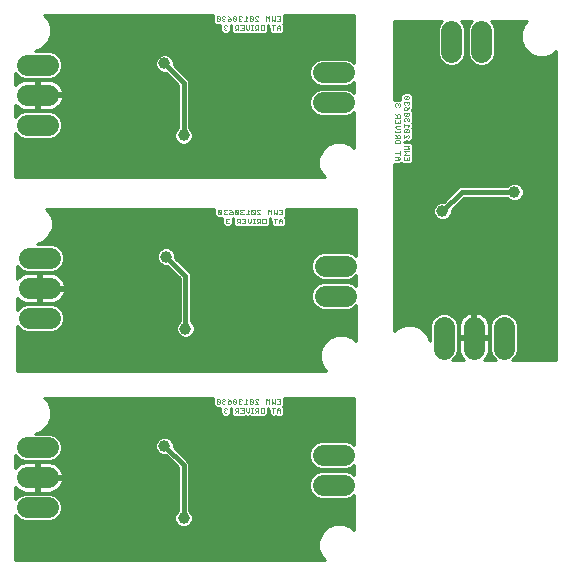
<source format=gbl>
G75*
G70*
%OFA0B0*%
%FSLAX24Y24*%
%IPPOS*%
%LPD*%
%AMOC8*
5,1,8,0,0,1.08239X$1,22.5*
%
%ADD10C,0.0040*%
%ADD11C,0.0709*%
%ADD12C,0.0100*%
%ADD13C,0.0396*%
%ADD14C,0.0160*%
D10*
X008390Y014458D02*
X008443Y014458D01*
X008470Y014485D01*
X008416Y014538D02*
X008390Y014538D01*
X008363Y014512D01*
X008363Y014485D01*
X008390Y014458D01*
X008390Y014538D02*
X008363Y014565D01*
X008363Y014592D01*
X008390Y014618D01*
X008443Y014618D01*
X008470Y014592D01*
X008513Y014758D02*
X008486Y014785D01*
X008486Y014812D01*
X008513Y014838D01*
X008593Y014838D01*
X008593Y014785D01*
X008566Y014758D01*
X008513Y014758D01*
X008408Y014785D02*
X008382Y014758D01*
X008328Y014758D01*
X008302Y014785D01*
X008302Y014812D01*
X008328Y014838D01*
X008355Y014838D01*
X008328Y014838D02*
X008302Y014865D01*
X008302Y014892D01*
X008328Y014918D01*
X008382Y014918D01*
X008408Y014892D01*
X008486Y014918D02*
X008539Y014892D01*
X008593Y014838D01*
X008670Y014785D02*
X008697Y014758D01*
X008750Y014758D01*
X008777Y014785D01*
X008670Y014892D01*
X008670Y014785D01*
X008670Y014892D02*
X008697Y014918D01*
X008750Y014918D01*
X008777Y014892D01*
X008777Y014785D01*
X008854Y014785D02*
X008881Y014758D01*
X008934Y014758D01*
X008961Y014785D01*
X008908Y014838D02*
X008881Y014838D01*
X008854Y014812D01*
X008854Y014785D01*
X008881Y014838D02*
X008854Y014865D01*
X008854Y014892D01*
X008881Y014918D01*
X008934Y014918D01*
X008961Y014892D01*
X009092Y014918D02*
X009092Y014758D01*
X009145Y014758D02*
X009038Y014758D01*
X009022Y014618D02*
X009022Y014458D01*
X008916Y014458D01*
X008838Y014458D02*
X008838Y014618D01*
X008758Y014618D01*
X008731Y014592D01*
X008731Y014538D01*
X008758Y014512D01*
X008838Y014512D01*
X008785Y014512D02*
X008731Y014458D01*
X008916Y014618D02*
X009022Y014618D01*
X009100Y014618D02*
X009100Y014512D01*
X009153Y014458D01*
X009206Y014512D01*
X009206Y014618D01*
X009276Y014618D02*
X009329Y014618D01*
X009303Y014618D02*
X009303Y014458D01*
X009329Y014458D02*
X009276Y014458D01*
X009407Y014458D02*
X009460Y014512D01*
X009433Y014512D02*
X009513Y014512D01*
X009513Y014458D02*
X009513Y014618D01*
X009433Y014618D01*
X009407Y014592D01*
X009407Y014538D01*
X009433Y014512D01*
X009591Y014485D02*
X009591Y014592D01*
X009617Y014618D01*
X009698Y014618D01*
X009698Y014458D01*
X009617Y014458D01*
X009591Y014485D01*
X009513Y014758D02*
X009407Y014865D01*
X009407Y014892D01*
X009433Y014918D01*
X009487Y014918D01*
X009513Y014892D01*
X009513Y014758D02*
X009407Y014758D01*
X009329Y014785D02*
X009222Y014892D01*
X009222Y014785D01*
X009249Y014758D01*
X009303Y014758D01*
X009329Y014785D01*
X009329Y014892D01*
X009303Y014918D01*
X009249Y014918D01*
X009222Y014892D01*
X009145Y014865D02*
X009092Y014918D01*
X009022Y014538D02*
X008969Y014538D01*
X008224Y014785D02*
X008198Y014758D01*
X008144Y014758D01*
X008118Y014785D01*
X008118Y014892D01*
X008224Y014785D01*
X008224Y014892D01*
X008198Y014918D01*
X008144Y014918D01*
X008118Y014892D01*
X009775Y014918D02*
X009775Y014758D01*
X009882Y014758D02*
X009882Y014918D01*
X009828Y014865D01*
X009775Y014918D01*
X009959Y014918D02*
X009959Y014758D01*
X010012Y014812D01*
X010066Y014758D01*
X010066Y014918D01*
X010143Y014918D02*
X010250Y014918D01*
X010250Y014758D01*
X010143Y014758D01*
X010197Y014838D02*
X010250Y014838D01*
X010197Y014618D02*
X010143Y014565D01*
X010143Y014458D01*
X010143Y014538D02*
X010250Y014538D01*
X010250Y014565D02*
X010197Y014618D01*
X010250Y014565D02*
X010250Y014458D01*
X010012Y014458D02*
X010012Y014618D01*
X009959Y014618D02*
X010066Y014618D01*
X010072Y020768D02*
X010072Y020928D01*
X010019Y020928D02*
X010126Y020928D01*
X010203Y020875D02*
X010203Y020768D01*
X010203Y020848D02*
X010310Y020848D01*
X010310Y020875D02*
X010257Y020928D01*
X010203Y020875D01*
X010310Y020875D02*
X010310Y020768D01*
X010310Y021068D02*
X010203Y021068D01*
X010126Y021068D02*
X010072Y021122D01*
X010019Y021068D01*
X010019Y021228D01*
X009942Y021228D02*
X009888Y021175D01*
X009835Y021228D01*
X009835Y021068D01*
X009942Y021068D02*
X009942Y021228D01*
X010126Y021228D02*
X010126Y021068D01*
X010257Y021148D02*
X010310Y021148D01*
X010310Y021228D02*
X010310Y021068D01*
X010310Y021228D02*
X010203Y021228D01*
X009758Y020928D02*
X009758Y020768D01*
X009677Y020768D01*
X009651Y020795D01*
X009651Y020902D01*
X009677Y020928D01*
X009758Y020928D01*
X009573Y020928D02*
X009573Y020768D01*
X009573Y020822D02*
X009493Y020822D01*
X009467Y020848D01*
X009467Y020902D01*
X009493Y020928D01*
X009573Y020928D01*
X009520Y020822D02*
X009467Y020768D01*
X009389Y020768D02*
X009336Y020768D01*
X009363Y020768D02*
X009363Y020928D01*
X009389Y020928D02*
X009336Y020928D01*
X009266Y020928D02*
X009266Y020822D01*
X009213Y020768D01*
X009160Y020822D01*
X009160Y020928D01*
X009082Y020928D02*
X009082Y020768D01*
X008976Y020768D01*
X008898Y020768D02*
X008898Y020928D01*
X008818Y020928D01*
X008791Y020902D01*
X008791Y020848D01*
X008818Y020822D01*
X008898Y020822D01*
X008845Y020822D02*
X008791Y020768D01*
X008976Y020928D02*
X009082Y020928D01*
X009082Y020848D02*
X009029Y020848D01*
X008994Y021068D02*
X009021Y021095D01*
X008994Y021068D02*
X008941Y021068D01*
X008914Y021095D01*
X008914Y021122D01*
X008941Y021148D01*
X008968Y021148D01*
X008941Y021148D02*
X008914Y021175D01*
X008914Y021202D01*
X008941Y021228D01*
X008994Y021228D01*
X009021Y021202D01*
X009152Y021228D02*
X009152Y021068D01*
X009205Y021068D02*
X009098Y021068D01*
X009205Y021175D02*
X009152Y021228D01*
X009282Y021202D02*
X009389Y021095D01*
X009363Y021068D01*
X009309Y021068D01*
X009282Y021095D01*
X009282Y021202D01*
X009309Y021228D01*
X009363Y021228D01*
X009389Y021202D01*
X009389Y021095D01*
X009467Y021068D02*
X009573Y021068D01*
X009467Y021175D01*
X009467Y021202D01*
X009493Y021228D01*
X009547Y021228D01*
X009573Y021202D01*
X008837Y021202D02*
X008837Y021095D01*
X008730Y021202D01*
X008730Y021095D01*
X008757Y021068D01*
X008810Y021068D01*
X008837Y021095D01*
X008837Y021202D02*
X008810Y021228D01*
X008757Y021228D01*
X008730Y021202D01*
X008653Y021148D02*
X008573Y021148D01*
X008546Y021122D01*
X008546Y021095D01*
X008573Y021068D01*
X008626Y021068D01*
X008653Y021095D01*
X008653Y021148D01*
X008599Y021202D01*
X008546Y021228D01*
X008468Y021202D02*
X008442Y021228D01*
X008388Y021228D01*
X008362Y021202D01*
X008362Y021175D01*
X008388Y021148D01*
X008362Y021122D01*
X008362Y021095D01*
X008388Y021068D01*
X008442Y021068D01*
X008468Y021095D01*
X008415Y021148D02*
X008388Y021148D01*
X008284Y021095D02*
X008178Y021202D01*
X008178Y021095D01*
X008204Y021068D01*
X008258Y021068D01*
X008284Y021095D01*
X008284Y021202D01*
X008258Y021228D01*
X008204Y021228D01*
X008178Y021202D01*
X008450Y020928D02*
X008423Y020902D01*
X008423Y020875D01*
X008450Y020848D01*
X008423Y020822D01*
X008423Y020795D01*
X008450Y020768D01*
X008503Y020768D01*
X008530Y020795D01*
X008476Y020848D02*
X008450Y020848D01*
X008450Y020928D02*
X008503Y020928D01*
X008530Y020902D01*
X008443Y027208D02*
X008390Y027208D01*
X008363Y027235D01*
X008363Y027262D01*
X008390Y027288D01*
X008416Y027288D01*
X008390Y027288D02*
X008363Y027315D01*
X008363Y027342D01*
X008390Y027368D01*
X008443Y027368D01*
X008470Y027342D01*
X008470Y027235D02*
X008443Y027208D01*
X008731Y027208D02*
X008785Y027262D01*
X008758Y027262D02*
X008838Y027262D01*
X008838Y027208D02*
X008838Y027368D01*
X008758Y027368D01*
X008731Y027342D01*
X008731Y027288D01*
X008758Y027262D01*
X008916Y027208D02*
X009022Y027208D01*
X009022Y027368D01*
X008916Y027368D01*
X008969Y027288D02*
X009022Y027288D01*
X009100Y027262D02*
X009100Y027368D01*
X009100Y027262D02*
X009153Y027208D01*
X009206Y027262D01*
X009206Y027368D01*
X009276Y027368D02*
X009329Y027368D01*
X009303Y027368D02*
X009303Y027208D01*
X009329Y027208D02*
X009276Y027208D01*
X009407Y027208D02*
X009460Y027262D01*
X009433Y027262D02*
X009513Y027262D01*
X009513Y027208D02*
X009513Y027368D01*
X009433Y027368D01*
X009407Y027342D01*
X009407Y027288D01*
X009433Y027262D01*
X009591Y027235D02*
X009591Y027342D01*
X009617Y027368D01*
X009698Y027368D01*
X009698Y027208D01*
X009617Y027208D01*
X009591Y027235D01*
X009513Y027508D02*
X009407Y027615D01*
X009407Y027642D01*
X009433Y027668D01*
X009487Y027668D01*
X009513Y027642D01*
X009513Y027508D02*
X009407Y027508D01*
X009329Y027535D02*
X009222Y027642D01*
X009222Y027535D01*
X009249Y027508D01*
X009303Y027508D01*
X009329Y027535D01*
X009329Y027642D01*
X009303Y027668D01*
X009249Y027668D01*
X009222Y027642D01*
X009145Y027615D02*
X009092Y027668D01*
X009092Y027508D01*
X009145Y027508D02*
X009038Y027508D01*
X008961Y027535D02*
X008934Y027508D01*
X008881Y027508D01*
X008854Y027535D01*
X008854Y027562D01*
X008881Y027588D01*
X008908Y027588D01*
X008881Y027588D02*
X008854Y027615D01*
X008854Y027642D01*
X008881Y027668D01*
X008934Y027668D01*
X008961Y027642D01*
X008777Y027642D02*
X008750Y027668D01*
X008697Y027668D01*
X008670Y027642D01*
X008777Y027535D01*
X008750Y027508D01*
X008697Y027508D01*
X008670Y027535D01*
X008670Y027642D01*
X008593Y027588D02*
X008513Y027588D01*
X008486Y027562D01*
X008486Y027535D01*
X008513Y027508D01*
X008566Y027508D01*
X008593Y027535D01*
X008593Y027588D01*
X008539Y027642D01*
X008486Y027668D01*
X008408Y027642D02*
X008382Y027668D01*
X008328Y027668D01*
X008302Y027642D01*
X008302Y027615D01*
X008328Y027588D01*
X008302Y027562D01*
X008302Y027535D01*
X008328Y027508D01*
X008382Y027508D01*
X008408Y027535D01*
X008355Y027588D02*
X008328Y027588D01*
X008224Y027535D02*
X008118Y027642D01*
X008118Y027535D01*
X008144Y027508D01*
X008198Y027508D01*
X008224Y027535D01*
X008224Y027642D01*
X008198Y027668D01*
X008144Y027668D01*
X008118Y027642D01*
X008777Y027642D02*
X008777Y027535D01*
X009775Y027508D02*
X009775Y027668D01*
X009828Y027615D01*
X009882Y027668D01*
X009882Y027508D01*
X009959Y027508D02*
X009959Y027668D01*
X010066Y027668D02*
X010066Y027508D01*
X010012Y027562D01*
X009959Y027508D01*
X009959Y027368D02*
X010066Y027368D01*
X010012Y027368D02*
X010012Y027208D01*
X010143Y027208D02*
X010143Y027315D01*
X010197Y027368D01*
X010250Y027315D01*
X010250Y027208D01*
X010250Y027288D02*
X010143Y027288D01*
X010143Y027508D02*
X010250Y027508D01*
X010250Y027668D01*
X010143Y027668D01*
X010197Y027588D02*
X010250Y027588D01*
X014080Y024739D02*
X014080Y024685D01*
X014107Y024659D01*
X014160Y024712D02*
X014160Y024739D01*
X014133Y024765D01*
X014107Y024765D01*
X014080Y024739D01*
X014160Y024739D02*
X014187Y024765D01*
X014213Y024765D01*
X014240Y024739D01*
X014240Y024685D01*
X014213Y024659D01*
X014380Y024616D02*
X014407Y024643D01*
X014433Y024643D01*
X014460Y024616D01*
X014460Y024536D01*
X014407Y024536D01*
X014380Y024563D01*
X014380Y024616D01*
X014407Y024720D02*
X014380Y024747D01*
X014380Y024800D01*
X014407Y024827D01*
X014433Y024827D01*
X014460Y024800D01*
X014460Y024773D01*
X014460Y024800D02*
X014487Y024827D01*
X014513Y024827D01*
X014540Y024800D01*
X014540Y024747D01*
X014513Y024720D01*
X014540Y024643D02*
X014513Y024589D01*
X014460Y024536D01*
X014407Y024458D02*
X014380Y024432D01*
X014380Y024378D01*
X014407Y024352D01*
X014513Y024458D01*
X014407Y024458D01*
X014407Y024352D02*
X014513Y024352D01*
X014540Y024378D01*
X014540Y024432D01*
X014513Y024458D01*
X014513Y024274D02*
X014487Y024274D01*
X014460Y024248D01*
X014433Y024274D01*
X014407Y024274D01*
X014380Y024248D01*
X014380Y024194D01*
X014407Y024168D01*
X014460Y024221D02*
X014460Y024248D01*
X014513Y024274D02*
X014540Y024248D01*
X014540Y024194D01*
X014513Y024168D01*
X014540Y024037D02*
X014380Y024037D01*
X014380Y024090D02*
X014380Y023983D01*
X014407Y023906D02*
X014380Y023879D01*
X014380Y023826D01*
X014407Y023799D01*
X014513Y023906D01*
X014407Y023906D01*
X014513Y023906D02*
X014540Y023879D01*
X014540Y023826D01*
X014513Y023799D01*
X014407Y023799D01*
X014380Y023722D02*
X014380Y023615D01*
X014487Y023722D01*
X014513Y023722D01*
X014540Y023695D01*
X014540Y023642D01*
X014513Y023615D01*
X014540Y023353D02*
X014380Y023353D01*
X014380Y023247D02*
X014540Y023247D01*
X014487Y023300D01*
X014540Y023353D01*
X014540Y023169D02*
X014380Y023169D01*
X014433Y023116D01*
X014380Y023063D01*
X014540Y023063D01*
X014540Y022985D02*
X014540Y022878D01*
X014380Y022878D01*
X014380Y022985D01*
X014460Y022932D02*
X014460Y022878D01*
X014240Y022932D02*
X014187Y022985D01*
X014080Y022985D01*
X014160Y022985D02*
X014160Y022878D01*
X014187Y022878D02*
X014080Y022878D01*
X014187Y022878D02*
X014240Y022932D01*
X014240Y023063D02*
X014240Y023169D01*
X014240Y023116D02*
X014080Y023116D01*
X014080Y023431D02*
X014080Y023511D01*
X014107Y023538D01*
X014213Y023538D01*
X014240Y023511D01*
X014240Y023431D01*
X014080Y023431D01*
X014080Y023615D02*
X014240Y023615D01*
X014240Y023695D01*
X014213Y023722D01*
X014160Y023722D01*
X014133Y023695D01*
X014133Y023615D01*
X014133Y023668D02*
X014080Y023722D01*
X014080Y023799D02*
X014080Y023853D01*
X014080Y023826D02*
X014240Y023826D01*
X014240Y023799D02*
X014240Y023853D01*
X014240Y023922D02*
X014133Y023922D01*
X014080Y023975D01*
X014133Y024029D01*
X014240Y024029D01*
X014240Y024106D02*
X014080Y024106D01*
X014080Y024213D01*
X014080Y024290D02*
X014240Y024290D01*
X014240Y024370D01*
X014213Y024397D01*
X014160Y024397D01*
X014133Y024370D01*
X014133Y024290D01*
X014133Y024344D02*
X014080Y024397D01*
X014240Y024213D02*
X014240Y024106D01*
X014160Y024106D02*
X014160Y024159D01*
X014487Y023983D02*
X014540Y024037D01*
X014513Y024904D02*
X014540Y024931D01*
X014540Y024984D01*
X014513Y025011D01*
X014407Y024904D01*
X014380Y024931D01*
X014380Y024984D01*
X014407Y025011D01*
X014513Y025011D01*
X014513Y024904D02*
X014407Y024904D01*
D11*
X015950Y026464D02*
X015950Y027173D01*
X016950Y027173D02*
X016950Y026464D01*
X012374Y025798D02*
X011666Y025798D01*
X011666Y024798D02*
X012374Y024798D01*
X012434Y019358D02*
X011726Y019358D01*
X011726Y018358D02*
X012434Y018358D01*
X015700Y017303D02*
X015700Y016594D01*
X016700Y016594D02*
X016700Y017303D01*
X017700Y017303D02*
X017700Y016594D01*
X012374Y013048D02*
X011666Y013048D01*
X011666Y012048D02*
X012374Y012048D01*
X002504Y012298D02*
X001796Y012298D01*
X001796Y011298D02*
X002504Y011298D01*
X002504Y013298D02*
X001796Y013298D01*
X001856Y017608D02*
X002564Y017608D01*
X002564Y018608D02*
X001856Y018608D01*
X001856Y019608D02*
X002564Y019608D01*
X002504Y024048D02*
X001796Y024048D01*
X001796Y025048D02*
X002504Y025048D01*
X002504Y026048D02*
X001796Y026048D01*
D12*
X001405Y011032D02*
X001405Y009553D01*
X011722Y009553D01*
X011621Y009655D01*
X011515Y009910D01*
X011515Y010187D01*
X011621Y010442D01*
X011816Y010637D01*
X012072Y010743D01*
X012348Y010743D01*
X012604Y010637D01*
X012706Y010535D01*
X012706Y011723D01*
X012637Y011655D01*
X012467Y011584D01*
X011573Y011584D01*
X011403Y011655D01*
X011272Y011785D01*
X011201Y011956D01*
X011201Y012141D01*
X011272Y012311D01*
X011403Y012442D01*
X011573Y012513D01*
X012467Y012513D01*
X012637Y012442D01*
X012706Y012373D01*
X012706Y012723D01*
X012637Y012655D01*
X012467Y012584D01*
X011573Y012584D01*
X011403Y012655D01*
X011272Y012785D01*
X011201Y012956D01*
X011201Y013141D01*
X011272Y013311D01*
X011403Y013442D01*
X011573Y013513D01*
X012467Y013513D01*
X012637Y013442D01*
X012706Y013373D01*
X012706Y014949D01*
X010380Y014949D01*
X010380Y014704D01*
X010337Y014662D01*
X010380Y014619D01*
X010380Y014567D01*
X010380Y014404D01*
X010304Y014328D01*
X010089Y014328D01*
X010078Y014340D01*
X010066Y014328D01*
X009959Y014328D01*
X009882Y014404D01*
X009882Y014511D01*
X009829Y014565D01*
X009829Y014628D01*
X009828Y014628D01*
X009828Y014404D01*
X009751Y014328D01*
X009222Y014328D01*
X009214Y014336D01*
X009207Y014328D01*
X009099Y014328D01*
X009088Y014340D01*
X009076Y014328D01*
X008678Y014328D01*
X008601Y014404D01*
X008601Y014628D01*
X008600Y014628D01*
X008600Y014431D01*
X008497Y014328D01*
X008336Y014328D01*
X008260Y014404D01*
X008233Y014431D01*
X008233Y014628D01*
X008090Y014628D01*
X008014Y014704D01*
X007988Y014731D01*
X007988Y014946D01*
X007991Y014949D01*
X002382Y014949D01*
X002489Y014842D01*
X002595Y014587D01*
X002595Y014310D01*
X002489Y014055D01*
X002294Y013859D01*
X002061Y013763D01*
X002597Y013763D01*
X002767Y013692D01*
X002898Y013561D01*
X002969Y013391D01*
X002969Y013206D01*
X002898Y013035D01*
X002767Y012905D01*
X002597Y012834D01*
X001703Y012834D01*
X001533Y012905D01*
X001405Y013032D01*
X001405Y012619D01*
X001411Y012627D01*
X001467Y012683D01*
X001531Y012730D01*
X001602Y012766D01*
X001678Y012790D01*
X001756Y012803D01*
X002100Y012803D01*
X002100Y012348D01*
X002200Y012348D01*
X003007Y012348D01*
X002996Y012416D01*
X002972Y012492D01*
X002936Y012563D01*
X002889Y012627D01*
X002833Y012683D01*
X002769Y012730D01*
X002698Y012766D01*
X002622Y012790D01*
X002544Y012803D01*
X002200Y012803D01*
X002200Y012348D01*
X002200Y012248D01*
X002200Y011794D01*
X002544Y011794D01*
X002622Y011806D01*
X002698Y011831D01*
X002769Y011867D01*
X002833Y011914D01*
X002889Y011970D01*
X002936Y012034D01*
X002972Y012105D01*
X002996Y012180D01*
X003007Y012248D01*
X002200Y012248D01*
X002100Y012248D01*
X002100Y011794D01*
X001756Y011794D01*
X001678Y011806D01*
X001602Y011831D01*
X001531Y011867D01*
X001467Y011914D01*
X001411Y011970D01*
X001405Y011978D01*
X001405Y011564D01*
X001533Y011692D01*
X001703Y011763D01*
X002597Y011763D01*
X002767Y011692D01*
X002898Y011561D01*
X002969Y011391D01*
X002969Y011206D01*
X002898Y011035D01*
X002767Y010905D01*
X002597Y010834D01*
X001703Y010834D01*
X001533Y010905D01*
X001405Y011032D01*
X001405Y010973D02*
X001465Y010973D01*
X001405Y010874D02*
X001606Y010874D01*
X001405Y010776D02*
X006758Y010776D01*
X006759Y010774D02*
X006845Y010687D01*
X006959Y010640D01*
X007081Y010640D01*
X007195Y010687D01*
X007281Y010774D01*
X007328Y010887D01*
X007328Y011010D01*
X007281Y011123D01*
X007210Y011194D01*
X007210Y012787D01*
X006688Y013309D01*
X006688Y013410D01*
X006641Y013523D01*
X006555Y013609D01*
X006441Y013656D01*
X006319Y013656D01*
X006205Y013609D01*
X006119Y013523D01*
X006072Y013410D01*
X006072Y013287D01*
X006119Y013174D01*
X006205Y013087D01*
X006319Y013040D01*
X006419Y013040D01*
X006830Y012630D01*
X006830Y011194D01*
X006759Y011123D01*
X006712Y011010D01*
X006712Y010887D01*
X006759Y010774D01*
X006717Y010874D02*
X002694Y010874D01*
X002835Y010973D02*
X006712Y010973D01*
X006737Y011071D02*
X002913Y011071D01*
X002954Y011170D02*
X006806Y011170D01*
X006830Y011268D02*
X002969Y011268D01*
X002969Y011367D02*
X006830Y011367D01*
X006830Y011465D02*
X002938Y011465D01*
X002895Y011564D02*
X006830Y011564D01*
X006830Y011662D02*
X002797Y011662D01*
X002754Y011859D02*
X006830Y011859D01*
X006830Y011761D02*
X002601Y011761D01*
X002877Y011958D02*
X006830Y011958D01*
X006830Y012056D02*
X002947Y012056D01*
X002988Y012155D02*
X006830Y012155D01*
X006830Y012253D02*
X002200Y012253D01*
X002200Y012155D02*
X002100Y012155D01*
X002100Y012056D02*
X002200Y012056D01*
X002200Y011958D02*
X002100Y011958D01*
X002100Y011859D02*
X002200Y011859D01*
X002200Y012352D02*
X002100Y012352D01*
X002100Y012450D02*
X002200Y012450D01*
X002200Y012549D02*
X002100Y012549D01*
X002100Y012647D02*
X002200Y012647D01*
X002200Y012746D02*
X002100Y012746D01*
X001678Y012844D02*
X001405Y012844D01*
X001405Y012746D02*
X001563Y012746D01*
X001431Y012647D02*
X001405Y012647D01*
X001405Y012943D02*
X001494Y012943D01*
X001423Y011958D02*
X001405Y011958D01*
X001405Y011859D02*
X001546Y011859D01*
X001405Y011761D02*
X001699Y011761D01*
X001503Y011662D02*
X001405Y011662D01*
X001405Y010677D02*
X006869Y010677D01*
X007171Y010677D02*
X011912Y010677D01*
X011758Y010579D02*
X001405Y010579D01*
X001405Y010480D02*
X011659Y010480D01*
X011596Y010382D02*
X001405Y010382D01*
X001405Y010283D02*
X011555Y010283D01*
X011515Y010185D02*
X001405Y010185D01*
X001405Y010086D02*
X011515Y010086D01*
X011515Y009988D02*
X001405Y009988D01*
X001405Y009889D02*
X011524Y009889D01*
X011564Y009791D02*
X001405Y009791D01*
X001405Y009692D02*
X011605Y009692D01*
X011682Y009594D02*
X001405Y009594D01*
X003006Y012352D02*
X006830Y012352D01*
X006830Y012450D02*
X002985Y012450D01*
X002943Y012549D02*
X006830Y012549D01*
X006812Y012647D02*
X002869Y012647D01*
X002737Y012746D02*
X006714Y012746D01*
X006615Y012844D02*
X002622Y012844D01*
X002806Y012943D02*
X006517Y012943D01*
X006316Y013041D02*
X002900Y013041D01*
X002941Y013140D02*
X006153Y013140D01*
X006092Y013238D02*
X002969Y013238D01*
X002969Y013337D02*
X006072Y013337D01*
X006083Y013435D02*
X002950Y013435D01*
X002909Y013534D02*
X006130Y013534D01*
X006261Y013632D02*
X002827Y013632D01*
X002674Y013731D02*
X012706Y013731D01*
X012706Y013829D02*
X002222Y013829D01*
X002362Y013928D02*
X012706Y013928D01*
X012706Y014026D02*
X002461Y014026D01*
X002518Y014125D02*
X012706Y014125D01*
X012706Y014223D02*
X002559Y014223D01*
X002595Y014322D02*
X012706Y014322D01*
X012706Y014420D02*
X010380Y014420D01*
X010380Y014519D02*
X012706Y014519D01*
X012706Y014617D02*
X010380Y014617D01*
X010380Y014716D02*
X012706Y014716D01*
X012706Y014814D02*
X010380Y014814D01*
X010380Y014913D02*
X012706Y014913D01*
X011782Y015863D02*
X001465Y015863D01*
X001465Y017342D01*
X001593Y017215D01*
X001763Y017144D01*
X002657Y017144D01*
X002827Y017215D01*
X002958Y017345D01*
X003029Y017516D01*
X003029Y017701D01*
X002958Y017871D01*
X002827Y018002D01*
X002657Y018073D01*
X001763Y018073D01*
X001593Y018002D01*
X001465Y017874D01*
X001465Y018288D01*
X001471Y018280D01*
X001527Y018224D01*
X001591Y018177D01*
X001662Y018141D01*
X001738Y018116D01*
X001816Y018104D01*
X002160Y018104D01*
X002160Y018558D01*
X002260Y018558D01*
X002260Y018104D01*
X002604Y018104D01*
X002682Y018116D01*
X002758Y018141D01*
X002829Y018177D01*
X002893Y018224D01*
X002949Y018280D01*
X002996Y018344D01*
X003032Y018415D01*
X003056Y018490D01*
X003067Y018558D01*
X002260Y018558D01*
X002260Y018658D01*
X003067Y018658D01*
X003056Y018726D01*
X003032Y018802D01*
X002996Y018873D01*
X002949Y018937D01*
X002893Y018993D01*
X002829Y019040D01*
X002758Y019076D01*
X002682Y019100D01*
X002604Y019113D01*
X002260Y019113D01*
X002260Y018658D01*
X002160Y018658D01*
X002160Y019113D01*
X001816Y019113D01*
X001738Y019100D01*
X001662Y019076D01*
X001591Y019040D01*
X001527Y018993D01*
X001471Y018937D01*
X001465Y018929D01*
X001465Y019342D01*
X001593Y019215D01*
X001763Y019144D01*
X002657Y019144D01*
X002827Y019215D01*
X002958Y019345D01*
X003029Y019516D01*
X003029Y019701D01*
X002958Y019871D01*
X002827Y020002D01*
X002657Y020073D01*
X002121Y020073D01*
X002354Y020169D01*
X002549Y020365D01*
X002655Y020620D01*
X002655Y020897D01*
X002549Y021152D01*
X002442Y021259D01*
X008051Y021259D01*
X008048Y021256D01*
X008048Y021041D01*
X008074Y021014D01*
X008150Y020938D01*
X008293Y020938D01*
X008293Y020741D01*
X008320Y020714D01*
X008396Y020638D01*
X008557Y020638D01*
X008660Y020741D01*
X008660Y020938D01*
X008661Y020938D01*
X008661Y020714D01*
X008738Y020638D01*
X009136Y020638D01*
X009148Y020650D01*
X009159Y020638D01*
X009267Y020638D01*
X009274Y020646D01*
X009282Y020638D01*
X009811Y020638D01*
X009888Y020714D01*
X009888Y020938D01*
X009889Y020938D01*
X009889Y020875D01*
X009942Y020821D01*
X009942Y020714D01*
X010019Y020638D01*
X010126Y020638D01*
X010138Y020650D01*
X010149Y020638D01*
X010364Y020638D01*
X010440Y020714D01*
X010440Y020877D01*
X010440Y020929D01*
X010397Y020972D01*
X010440Y021014D01*
X010440Y021259D01*
X012766Y021259D01*
X012766Y019683D01*
X012697Y019752D01*
X012527Y019823D01*
X011633Y019823D01*
X011463Y019752D01*
X011332Y019621D01*
X011261Y019451D01*
X011261Y019266D01*
X011332Y019095D01*
X011463Y018965D01*
X011633Y018894D01*
X012527Y018894D01*
X012697Y018965D01*
X012766Y019033D01*
X012766Y018683D01*
X012697Y018752D01*
X012527Y018823D01*
X011633Y018823D01*
X011463Y018752D01*
X011332Y018621D01*
X011261Y018451D01*
X011261Y018266D01*
X011332Y018095D01*
X011463Y017965D01*
X011633Y017894D01*
X012527Y017894D01*
X012697Y017965D01*
X012766Y018033D01*
X012766Y016845D01*
X012664Y016947D01*
X012408Y017053D01*
X012132Y017053D01*
X011876Y016947D01*
X011681Y016752D01*
X011575Y016497D01*
X011575Y016220D01*
X011681Y015965D01*
X011782Y015863D01*
X011748Y015898D02*
X001465Y015898D01*
X001465Y015996D02*
X011668Y015996D01*
X011627Y016095D02*
X001465Y016095D01*
X001465Y016193D02*
X011586Y016193D01*
X011575Y016292D02*
X001465Y016292D01*
X001465Y016390D02*
X011575Y016390D01*
X011575Y016489D02*
X001465Y016489D01*
X001465Y016587D02*
X011613Y016587D01*
X011653Y016686D02*
X001465Y016686D01*
X001465Y016784D02*
X011713Y016784D01*
X011812Y016883D02*
X001465Y016883D01*
X001465Y016981D02*
X006944Y016981D01*
X006905Y016997D02*
X007019Y016950D01*
X007141Y016950D01*
X007255Y016997D01*
X007341Y017084D01*
X007388Y017197D01*
X007388Y017320D01*
X007341Y017433D01*
X007270Y017504D01*
X007270Y019097D01*
X006748Y019619D01*
X006748Y019720D01*
X006701Y019833D01*
X006615Y019919D01*
X006501Y019966D01*
X006379Y019966D01*
X006265Y019919D01*
X006179Y019833D01*
X006132Y019720D01*
X006132Y019597D01*
X006179Y019484D01*
X006265Y019397D01*
X006379Y019350D01*
X006479Y019350D01*
X006890Y018940D01*
X006890Y017504D01*
X006819Y017433D01*
X006772Y017320D01*
X006772Y017197D01*
X006819Y017084D01*
X006905Y016997D01*
X006823Y017080D02*
X001465Y017080D01*
X001465Y017178D02*
X001680Y017178D01*
X001530Y017277D02*
X001465Y017277D01*
X001465Y017966D02*
X001557Y017966D01*
X001465Y018065D02*
X001744Y018065D01*
X001618Y018163D02*
X001465Y018163D01*
X001465Y018262D02*
X001489Y018262D01*
X002160Y018262D02*
X002260Y018262D01*
X002260Y018360D02*
X002160Y018360D01*
X002160Y018459D02*
X002260Y018459D01*
X002260Y018557D02*
X002160Y018557D01*
X002260Y018656D02*
X006890Y018656D01*
X006890Y018754D02*
X003047Y018754D01*
X003006Y018853D02*
X006890Y018853D01*
X006878Y018951D02*
X002935Y018951D01*
X002809Y019050D02*
X006780Y019050D01*
X006681Y019148D02*
X002667Y019148D01*
X002860Y019247D02*
X006583Y019247D01*
X006484Y019345D02*
X002958Y019345D01*
X002999Y019444D02*
X006219Y019444D01*
X006155Y019542D02*
X003029Y019542D01*
X003029Y019641D02*
X006132Y019641D01*
X006140Y019739D02*
X003013Y019739D01*
X002972Y019838D02*
X006184Y019838D01*
X006306Y019936D02*
X002893Y019936D01*
X002748Y020035D02*
X012766Y020035D01*
X012766Y020133D02*
X002267Y020133D01*
X002416Y020232D02*
X012766Y020232D01*
X012766Y020330D02*
X002515Y020330D01*
X002576Y020429D02*
X012766Y020429D01*
X012766Y020527D02*
X002617Y020527D01*
X002655Y020626D02*
X012766Y020626D01*
X012766Y020724D02*
X010440Y020724D01*
X010440Y020823D02*
X012766Y020823D01*
X012766Y020921D02*
X010440Y020921D01*
X010440Y021020D02*
X012766Y021020D01*
X012766Y021118D02*
X010440Y021118D01*
X010440Y021217D02*
X012766Y021217D01*
X012766Y019936D02*
X006574Y019936D01*
X006696Y019838D02*
X012766Y019838D01*
X012766Y019739D02*
X012710Y019739D01*
X012665Y018951D02*
X012766Y018951D01*
X012766Y018853D02*
X007270Y018853D01*
X007270Y018951D02*
X011495Y018951D01*
X011377Y019050D02*
X007270Y019050D01*
X007219Y019148D02*
X011310Y019148D01*
X011269Y019247D02*
X007120Y019247D01*
X007022Y019345D02*
X011261Y019345D01*
X011261Y019444D02*
X006923Y019444D01*
X006825Y019542D02*
X011299Y019542D01*
X011352Y019641D02*
X006748Y019641D01*
X006740Y019739D02*
X011450Y019739D01*
X011468Y018754D02*
X007270Y018754D01*
X007270Y018656D02*
X011367Y018656D01*
X011306Y018557D02*
X007270Y018557D01*
X007270Y018459D02*
X011265Y018459D01*
X011261Y018360D02*
X007270Y018360D01*
X007270Y018262D02*
X011263Y018262D01*
X011304Y018163D02*
X007270Y018163D01*
X007270Y018065D02*
X011362Y018065D01*
X011461Y017966D02*
X007270Y017966D01*
X007270Y017868D02*
X012766Y017868D01*
X012766Y017966D02*
X012699Y017966D01*
X012766Y017769D02*
X007270Y017769D01*
X007270Y017671D02*
X012766Y017671D01*
X012766Y017572D02*
X007270Y017572D01*
X007300Y017474D02*
X012766Y017474D01*
X012766Y017375D02*
X007365Y017375D01*
X007388Y017277D02*
X012766Y017277D01*
X012766Y017178D02*
X007380Y017178D01*
X007337Y017080D02*
X012766Y017080D01*
X012766Y016981D02*
X012582Y016981D01*
X012728Y016883D02*
X012766Y016883D01*
X011958Y016981D02*
X007216Y016981D01*
X006780Y017178D02*
X002740Y017178D01*
X002890Y017277D02*
X006772Y017277D01*
X006795Y017375D02*
X002970Y017375D01*
X003011Y017474D02*
X006860Y017474D01*
X006890Y017572D02*
X003029Y017572D01*
X003029Y017671D02*
X006890Y017671D01*
X006890Y017769D02*
X003000Y017769D01*
X002959Y017868D02*
X006890Y017868D01*
X006890Y017966D02*
X002863Y017966D01*
X002802Y018163D02*
X006890Y018163D01*
X006890Y018065D02*
X002676Y018065D01*
X002931Y018262D02*
X006890Y018262D01*
X006890Y018360D02*
X003004Y018360D01*
X003046Y018459D02*
X006890Y018459D01*
X006890Y018557D02*
X003067Y018557D01*
X002260Y018754D02*
X002160Y018754D01*
X002160Y018853D02*
X002260Y018853D01*
X002260Y018951D02*
X002160Y018951D01*
X002160Y019050D02*
X002260Y019050D01*
X001753Y019148D02*
X001465Y019148D01*
X001465Y019050D02*
X001611Y019050D01*
X001485Y018951D02*
X001465Y018951D01*
X001465Y019247D02*
X001560Y019247D01*
X002160Y018163D02*
X002260Y018163D01*
X002655Y020724D02*
X008310Y020724D01*
X008293Y020823D02*
X002655Y020823D01*
X002645Y020921D02*
X008293Y020921D01*
X008069Y021020D02*
X002604Y021020D01*
X002563Y021118D02*
X008048Y021118D01*
X008048Y021217D02*
X002484Y021217D01*
X001405Y022303D02*
X001405Y023782D01*
X001533Y023655D01*
X001703Y023584D01*
X002597Y023584D01*
X002767Y023655D01*
X002898Y023785D01*
X002969Y023956D01*
X002969Y024141D01*
X002898Y024311D01*
X002767Y024442D01*
X002597Y024513D01*
X001703Y024513D01*
X001533Y024442D01*
X001405Y024314D01*
X001405Y024728D01*
X001411Y024720D01*
X001467Y024664D01*
X001531Y024617D01*
X001602Y024581D01*
X001678Y024556D01*
X001756Y024544D01*
X002100Y024544D01*
X002100Y024998D01*
X002200Y024998D01*
X002200Y024544D01*
X002544Y024544D01*
X002622Y024556D01*
X002698Y024581D01*
X002769Y024617D01*
X002833Y024664D01*
X002889Y024720D01*
X002936Y024784D01*
X002972Y024855D01*
X002996Y024930D01*
X003007Y024998D01*
X002200Y024998D01*
X002200Y025098D01*
X003007Y025098D01*
X002996Y025166D01*
X002972Y025242D01*
X002936Y025313D01*
X002889Y025377D01*
X002833Y025433D01*
X002769Y025480D01*
X002698Y025516D01*
X002622Y025540D01*
X002544Y025553D01*
X002200Y025553D01*
X002200Y025098D01*
X002100Y025098D01*
X002100Y025553D01*
X001756Y025553D01*
X001678Y025540D01*
X001602Y025516D01*
X001531Y025480D01*
X001467Y025433D01*
X001411Y025377D01*
X001405Y025369D01*
X001405Y025782D01*
X001533Y025655D01*
X001703Y025584D01*
X002597Y025584D01*
X002767Y025655D01*
X002898Y025785D01*
X002969Y025956D01*
X002969Y026141D01*
X002898Y026311D01*
X002767Y026442D01*
X002597Y026513D01*
X002061Y026513D01*
X002294Y026609D01*
X002489Y026805D01*
X002595Y027060D01*
X002595Y027337D01*
X002489Y027592D01*
X002382Y027699D01*
X007991Y027699D01*
X007988Y027696D01*
X007988Y027481D01*
X008014Y027454D01*
X008090Y027378D01*
X008233Y027378D01*
X008233Y027181D01*
X008260Y027154D01*
X008336Y027078D01*
X008497Y027078D01*
X008600Y027181D01*
X008600Y027378D01*
X008601Y027378D01*
X008601Y027154D01*
X008678Y027078D01*
X009076Y027078D01*
X009088Y027090D01*
X009099Y027078D01*
X009207Y027078D01*
X009214Y027086D01*
X009222Y027078D01*
X009751Y027078D01*
X009828Y027154D01*
X009828Y027378D01*
X009829Y027378D01*
X009829Y027315D01*
X009882Y027261D01*
X009882Y027154D01*
X009959Y027078D01*
X010066Y027078D01*
X010078Y027090D01*
X010089Y027078D01*
X010304Y027078D01*
X010380Y027154D01*
X010380Y027317D01*
X010380Y027369D01*
X010337Y027412D01*
X010380Y027454D01*
X010380Y027699D01*
X012706Y027699D01*
X012706Y026123D01*
X012637Y026192D01*
X012467Y026263D01*
X011573Y026263D01*
X011403Y026192D01*
X011272Y026061D01*
X011201Y025891D01*
X011201Y025706D01*
X011272Y025535D01*
X011403Y025405D01*
X011573Y025334D01*
X012467Y025334D01*
X012637Y025405D01*
X012706Y025473D01*
X012706Y025123D01*
X012637Y025192D01*
X012467Y025263D01*
X011573Y025263D01*
X011403Y025192D01*
X011272Y025061D01*
X011201Y024891D01*
X011201Y024706D01*
X011272Y024535D01*
X011403Y024405D01*
X011573Y024334D01*
X012467Y024334D01*
X012637Y024405D01*
X012706Y024473D01*
X012706Y023285D01*
X012604Y023387D01*
X012348Y023493D01*
X012072Y023493D01*
X011816Y023387D01*
X011621Y023192D01*
X011515Y022937D01*
X011515Y022660D01*
X011621Y022405D01*
X011722Y022303D01*
X001405Y022303D01*
X001405Y022399D02*
X011627Y022399D01*
X011582Y022497D02*
X001405Y022497D01*
X001405Y022596D02*
X011542Y022596D01*
X011515Y022694D02*
X001405Y022694D01*
X001405Y022793D02*
X011515Y022793D01*
X011515Y022891D02*
X001405Y022891D01*
X001405Y022990D02*
X011537Y022990D01*
X011578Y023088D02*
X001405Y023088D01*
X001405Y023187D02*
X011619Y023187D01*
X011714Y023285D02*
X001405Y023285D01*
X001405Y023384D02*
X011813Y023384D01*
X012045Y023482D02*
X007240Y023482D01*
X007281Y023524D02*
X007328Y023637D01*
X007328Y023760D01*
X007281Y023873D01*
X007210Y023944D01*
X007210Y025537D01*
X006688Y026059D01*
X006688Y026160D01*
X006641Y026273D01*
X006555Y026359D01*
X006441Y026406D01*
X006319Y026406D01*
X006205Y026359D01*
X006119Y026273D01*
X006072Y026160D01*
X006072Y026037D01*
X006119Y025924D01*
X006205Y025837D01*
X006319Y025790D01*
X006419Y025790D01*
X006830Y025380D01*
X006830Y023944D01*
X006759Y023873D01*
X006712Y023760D01*
X006712Y023637D01*
X006759Y023524D01*
X006845Y023437D01*
X006959Y023390D01*
X007081Y023390D01*
X007195Y023437D01*
X007281Y023524D01*
X007305Y023581D02*
X012706Y023581D01*
X012706Y023679D02*
X007328Y023679D01*
X007321Y023778D02*
X012706Y023778D01*
X012706Y023876D02*
X007278Y023876D01*
X007210Y023975D02*
X012706Y023975D01*
X012706Y024073D02*
X007210Y024073D01*
X007210Y024172D02*
X012706Y024172D01*
X012706Y024270D02*
X007210Y024270D01*
X007210Y024369D02*
X011489Y024369D01*
X011340Y024467D02*
X007210Y024467D01*
X007210Y024566D02*
X011259Y024566D01*
X011219Y024664D02*
X007210Y024664D01*
X007210Y024763D02*
X011201Y024763D01*
X011201Y024861D02*
X007210Y024861D01*
X007210Y024960D02*
X011230Y024960D01*
X011271Y025058D02*
X007210Y025058D01*
X007210Y025157D02*
X011368Y025157D01*
X011556Y025255D02*
X007210Y025255D01*
X007210Y025354D02*
X011525Y025354D01*
X011355Y025452D02*
X007210Y025452D01*
X007196Y025551D02*
X011266Y025551D01*
X011225Y025649D02*
X007098Y025649D01*
X006999Y025748D02*
X011201Y025748D01*
X011201Y025846D02*
X006901Y025846D01*
X006802Y025945D02*
X011224Y025945D01*
X011265Y026043D02*
X006704Y026043D01*
X006688Y026142D02*
X011353Y026142D01*
X011520Y026240D02*
X006655Y026240D01*
X006575Y026339D02*
X012706Y026339D01*
X012706Y026437D02*
X002772Y026437D01*
X002870Y026339D02*
X006185Y026339D01*
X006105Y026240D02*
X002927Y026240D01*
X002968Y026142D02*
X006072Y026142D01*
X006072Y026043D02*
X002969Y026043D01*
X002964Y025945D02*
X006110Y025945D01*
X006196Y025846D02*
X002923Y025846D01*
X002861Y025748D02*
X006462Y025748D01*
X006560Y025649D02*
X002755Y025649D01*
X002806Y025452D02*
X006757Y025452D01*
X006830Y025354D02*
X002906Y025354D01*
X002965Y025255D02*
X006830Y025255D01*
X006830Y025157D02*
X002998Y025157D01*
X003001Y024960D02*
X006830Y024960D01*
X006830Y025058D02*
X002200Y025058D01*
X002200Y024960D02*
X002100Y024960D01*
X002100Y024861D02*
X002200Y024861D01*
X002200Y024763D02*
X002100Y024763D01*
X002100Y024664D02*
X002200Y024664D01*
X002200Y024566D02*
X002100Y024566D01*
X001648Y024566D02*
X001405Y024566D01*
X001405Y024664D02*
X001466Y024664D01*
X001405Y024467D02*
X001594Y024467D01*
X001460Y024369D02*
X001405Y024369D01*
X001405Y023778D02*
X001409Y023778D01*
X001405Y023679D02*
X001508Y023679D01*
X001405Y023581D02*
X006735Y023581D01*
X006712Y023679D02*
X002792Y023679D01*
X002891Y023778D02*
X006719Y023778D01*
X006762Y023876D02*
X002936Y023876D01*
X002969Y023975D02*
X006830Y023975D01*
X006830Y024073D02*
X002969Y024073D01*
X002956Y024172D02*
X006830Y024172D01*
X006830Y024270D02*
X002915Y024270D01*
X002840Y024369D02*
X006830Y024369D01*
X006830Y024467D02*
X002706Y024467D01*
X002652Y024566D02*
X006830Y024566D01*
X006830Y024664D02*
X002834Y024664D01*
X002920Y024763D02*
X006830Y024763D01*
X006830Y024861D02*
X002974Y024861D01*
X002555Y025551D02*
X006659Y025551D01*
X008046Y027422D02*
X002559Y027422D01*
X002595Y027324D02*
X008233Y027324D01*
X008233Y027225D02*
X002595Y027225D01*
X002595Y027127D02*
X008287Y027127D01*
X008546Y027127D02*
X008629Y027127D01*
X008601Y027225D02*
X008600Y027225D01*
X008600Y027324D02*
X008601Y027324D01*
X007988Y027521D02*
X002519Y027521D01*
X002462Y027619D02*
X007988Y027619D01*
X009828Y027324D02*
X009829Y027324D01*
X009828Y027225D02*
X009882Y027225D01*
X009910Y027127D02*
X009800Y027127D01*
X010352Y027127D02*
X012706Y027127D01*
X012706Y027225D02*
X010380Y027225D01*
X010380Y027324D02*
X012706Y027324D01*
X012706Y027422D02*
X010348Y027422D01*
X010380Y027521D02*
X012706Y027521D01*
X012706Y027619D02*
X010380Y027619D01*
X012706Y027028D02*
X002582Y027028D01*
X002541Y026930D02*
X012706Y026930D01*
X012706Y026831D02*
X002500Y026831D01*
X002417Y026733D02*
X012706Y026733D01*
X012706Y026634D02*
X002319Y026634D01*
X002117Y026536D02*
X012706Y026536D01*
X012706Y026240D02*
X012520Y026240D01*
X012687Y026142D02*
X012706Y026142D01*
X012685Y025452D02*
X012706Y025452D01*
X012706Y025354D02*
X012515Y025354D01*
X012484Y025255D02*
X012706Y025255D01*
X012706Y025157D02*
X012672Y025157D01*
X012700Y024467D02*
X012706Y024467D01*
X012706Y024369D02*
X012551Y024369D01*
X012706Y023482D02*
X012375Y023482D01*
X012607Y023384D02*
X012706Y023384D01*
X012706Y023285D02*
X012706Y023285D01*
X014049Y022748D02*
X014188Y022748D01*
X014241Y022748D01*
X014283Y022791D01*
X014326Y022748D01*
X014594Y022748D01*
X014670Y022825D01*
X014670Y023193D01*
X014670Y023247D01*
X014670Y023354D01*
X014670Y023407D01*
X014670Y023407D01*
X014594Y023483D01*
X014540Y023483D01*
X014486Y023483D01*
X014370Y023483D01*
X014370Y023485D01*
X014434Y023485D01*
X014447Y023498D01*
X014460Y023485D01*
X014567Y023485D01*
X014670Y023588D01*
X014670Y023749D01*
X014659Y023760D01*
X014670Y023772D01*
X014670Y023933D01*
X014645Y023958D01*
X014670Y023983D01*
X014670Y024037D01*
X014670Y024091D01*
X014645Y024115D01*
X014670Y024140D01*
X014670Y024301D01*
X014659Y024313D01*
X014670Y024325D01*
X014670Y024486D01*
X014643Y024512D01*
X014632Y024524D01*
X014643Y024535D01*
X014643Y024559D01*
X014680Y024633D01*
X014663Y024686D01*
X014670Y024693D01*
X014670Y024854D01*
X014659Y024865D01*
X014670Y024877D01*
X014670Y025038D01*
X014643Y025065D01*
X014608Y025101D01*
X014567Y025141D01*
X014353Y025141D01*
X014326Y025114D01*
X014250Y025038D01*
X014250Y024895D01*
X014053Y024895D01*
X014049Y024892D01*
X014049Y027504D01*
X015625Y027504D01*
X015556Y027436D01*
X015486Y027265D01*
X015486Y026372D01*
X015556Y026201D01*
X015687Y026070D01*
X015858Y026000D01*
X016042Y026000D01*
X016213Y026070D01*
X016344Y026201D01*
X016414Y026372D01*
X016414Y027265D01*
X016344Y027436D01*
X016275Y027504D01*
X016625Y027504D01*
X016556Y027436D01*
X016486Y027265D01*
X016486Y026372D01*
X016556Y026201D01*
X016687Y026070D01*
X016858Y026000D01*
X017042Y026000D01*
X017213Y026070D01*
X017344Y026201D01*
X017414Y026372D01*
X017414Y027265D01*
X017344Y027436D01*
X017275Y027504D01*
X018463Y027504D01*
X018361Y027402D01*
X018255Y027147D01*
X018255Y026870D01*
X018361Y026615D01*
X018556Y026419D01*
X018812Y026313D01*
X019088Y026313D01*
X019344Y026419D01*
X019445Y026520D01*
X019445Y016203D01*
X017966Y016203D01*
X018094Y016331D01*
X018164Y016502D01*
X018164Y017395D01*
X018094Y017566D01*
X017963Y017696D01*
X017792Y017767D01*
X017608Y017767D01*
X017437Y017696D01*
X017306Y017566D01*
X017236Y017395D01*
X017236Y016502D01*
X017306Y016331D01*
X017434Y016203D01*
X017020Y016203D01*
X017029Y016209D01*
X017085Y016265D01*
X017131Y016330D01*
X017167Y016400D01*
X017192Y016476D01*
X017204Y016554D01*
X017204Y016898D01*
X016750Y016898D01*
X016750Y016998D01*
X017204Y016998D01*
X017204Y017342D01*
X017192Y017421D01*
X017167Y017496D01*
X017131Y017567D01*
X017085Y017631D01*
X017029Y017687D01*
X016964Y017734D01*
X016894Y017770D01*
X016818Y017795D01*
X016750Y017805D01*
X016750Y016998D01*
X016650Y016998D01*
X016650Y016898D01*
X016196Y016898D01*
X016196Y016554D01*
X016208Y016476D01*
X016233Y016400D01*
X016269Y016330D01*
X016315Y016265D01*
X016371Y016209D01*
X016380Y016203D01*
X015966Y016203D01*
X016094Y016331D01*
X016164Y016502D01*
X016164Y017395D01*
X016094Y017566D01*
X015963Y017696D01*
X015792Y017767D01*
X015608Y017767D01*
X015437Y017696D01*
X015306Y017566D01*
X015236Y017395D01*
X015236Y016859D01*
X015139Y017092D01*
X014944Y017287D01*
X014688Y017393D01*
X014412Y017393D01*
X014156Y017287D01*
X014049Y017181D01*
X014049Y022748D01*
X014049Y022694D02*
X019445Y022694D01*
X019445Y022596D02*
X014049Y022596D01*
X014049Y022497D02*
X019445Y022497D01*
X019445Y022399D02*
X014049Y022399D01*
X014049Y022300D02*
X019445Y022300D01*
X019445Y022202D02*
X014049Y022202D01*
X014049Y022103D02*
X017933Y022103D01*
X017989Y022126D02*
X017875Y022079D01*
X017804Y022008D01*
X016211Y022008D01*
X015689Y021486D01*
X015589Y021486D01*
X015475Y021439D01*
X015389Y021353D01*
X015342Y021240D01*
X015342Y021117D01*
X015389Y021004D01*
X015475Y020917D01*
X015589Y020870D01*
X015711Y020870D01*
X015825Y020917D01*
X015911Y021004D01*
X015958Y021117D01*
X015958Y021218D01*
X016369Y021628D01*
X017804Y021628D01*
X017875Y021557D01*
X017989Y021510D01*
X018111Y021510D01*
X018225Y021557D01*
X018311Y021644D01*
X018358Y021757D01*
X018358Y021880D01*
X018311Y021993D01*
X018225Y022079D01*
X018111Y022126D01*
X017989Y022126D01*
X018167Y022103D02*
X019445Y022103D01*
X019445Y022005D02*
X018299Y022005D01*
X018347Y021906D02*
X019445Y021906D01*
X019445Y021808D02*
X018358Y021808D01*
X018338Y021709D02*
X019445Y021709D01*
X019445Y021611D02*
X018278Y021611D01*
X018116Y021512D02*
X019445Y021512D01*
X019445Y021414D02*
X016154Y021414D01*
X016056Y021315D02*
X019445Y021315D01*
X019445Y021217D02*
X015958Y021217D01*
X015958Y021118D02*
X019445Y021118D01*
X019445Y021020D02*
X015918Y021020D01*
X015829Y020921D02*
X019445Y020921D01*
X019445Y020823D02*
X014049Y020823D01*
X014049Y020921D02*
X015471Y020921D01*
X015382Y021020D02*
X014049Y021020D01*
X014049Y021118D02*
X015342Y021118D01*
X015342Y021217D02*
X014049Y021217D01*
X014049Y021315D02*
X015373Y021315D01*
X015450Y021414D02*
X014049Y021414D01*
X014049Y021512D02*
X015715Y021512D01*
X015814Y021611D02*
X014049Y021611D01*
X014049Y021709D02*
X015912Y021709D01*
X016011Y021808D02*
X014049Y021808D01*
X014049Y021906D02*
X016109Y021906D01*
X016208Y022005D02*
X014049Y022005D01*
X014638Y022793D02*
X019445Y022793D01*
X019445Y022891D02*
X014670Y022891D01*
X014670Y022990D02*
X019445Y022990D01*
X019445Y023088D02*
X014670Y023088D01*
X014670Y023187D02*
X019445Y023187D01*
X019445Y023285D02*
X014670Y023285D01*
X014670Y023193D02*
X014670Y023193D01*
X014670Y023384D02*
X019445Y023384D01*
X019445Y023482D02*
X014595Y023482D01*
X014486Y023483D02*
X014486Y023483D01*
X014663Y023581D02*
X019445Y023581D01*
X019445Y023679D02*
X014670Y023679D01*
X014670Y023778D02*
X019445Y023778D01*
X019445Y023876D02*
X014670Y023876D01*
X014662Y023975D02*
X019445Y023975D01*
X019445Y024073D02*
X014670Y024073D01*
X014670Y024091D02*
X014670Y024091D01*
X014670Y024172D02*
X019445Y024172D01*
X019445Y024270D02*
X014670Y024270D01*
X014670Y024369D02*
X019445Y024369D01*
X019445Y024467D02*
X014670Y024467D01*
X014647Y024566D02*
X019445Y024566D01*
X019445Y024664D02*
X014670Y024664D01*
X014670Y024763D02*
X019445Y024763D01*
X019445Y024861D02*
X014663Y024861D01*
X014670Y024960D02*
X019445Y024960D01*
X019445Y025058D02*
X014650Y025058D01*
X014270Y025058D02*
X014049Y025058D01*
X014049Y024960D02*
X014250Y024960D01*
X014049Y025157D02*
X019445Y025157D01*
X019445Y025255D02*
X014049Y025255D01*
X014049Y025354D02*
X019445Y025354D01*
X019445Y025452D02*
X014049Y025452D01*
X014049Y025551D02*
X019445Y025551D01*
X019445Y025649D02*
X014049Y025649D01*
X014049Y025748D02*
X019445Y025748D01*
X019445Y025846D02*
X014049Y025846D01*
X014049Y025945D02*
X019445Y025945D01*
X019445Y026043D02*
X017148Y026043D01*
X017285Y026142D02*
X019445Y026142D01*
X019445Y026240D02*
X017360Y026240D01*
X017401Y026339D02*
X018750Y026339D01*
X018538Y026437D02*
X017414Y026437D01*
X017414Y026536D02*
X018440Y026536D01*
X018353Y026634D02*
X017414Y026634D01*
X017414Y026733D02*
X018312Y026733D01*
X018271Y026831D02*
X017414Y026831D01*
X017414Y026930D02*
X018255Y026930D01*
X018255Y027028D02*
X017414Y027028D01*
X017414Y027127D02*
X018255Y027127D01*
X018288Y027225D02*
X017414Y027225D01*
X017390Y027324D02*
X018328Y027324D01*
X018381Y027422D02*
X017349Y027422D01*
X016551Y027422D02*
X016349Y027422D01*
X016390Y027324D02*
X016510Y027324D01*
X016486Y027225D02*
X016414Y027225D01*
X016414Y027127D02*
X016486Y027127D01*
X016486Y027028D02*
X016414Y027028D01*
X016414Y026930D02*
X016486Y026930D01*
X016486Y026831D02*
X016414Y026831D01*
X016414Y026733D02*
X016486Y026733D01*
X016486Y026634D02*
X016414Y026634D01*
X016414Y026536D02*
X016486Y026536D01*
X016486Y026437D02*
X016414Y026437D01*
X016401Y026339D02*
X016499Y026339D01*
X016540Y026240D02*
X016360Y026240D01*
X016285Y026142D02*
X016615Y026142D01*
X016752Y026043D02*
X016148Y026043D01*
X015752Y026043D02*
X014049Y026043D01*
X014049Y026142D02*
X015615Y026142D01*
X015540Y026240D02*
X014049Y026240D01*
X014049Y026339D02*
X015499Y026339D01*
X015486Y026437D02*
X014049Y026437D01*
X014049Y026536D02*
X015486Y026536D01*
X015486Y026634D02*
X014049Y026634D01*
X014049Y026733D02*
X015486Y026733D01*
X015486Y026831D02*
X014049Y026831D01*
X014049Y026930D02*
X015486Y026930D01*
X015486Y027028D02*
X014049Y027028D01*
X014049Y027127D02*
X015486Y027127D01*
X015486Y027225D02*
X014049Y027225D01*
X014049Y027324D02*
X015510Y027324D01*
X015551Y027422D02*
X014049Y027422D01*
X016351Y021611D02*
X017822Y021611D01*
X017984Y021512D02*
X016253Y021512D01*
X014049Y020724D02*
X019445Y020724D01*
X019445Y020626D02*
X014049Y020626D01*
X014049Y020527D02*
X019445Y020527D01*
X019445Y020429D02*
X014049Y020429D01*
X014049Y020330D02*
X019445Y020330D01*
X019445Y020232D02*
X014049Y020232D01*
X014049Y020133D02*
X019445Y020133D01*
X019445Y020035D02*
X014049Y020035D01*
X014049Y019936D02*
X019445Y019936D01*
X019445Y019838D02*
X014049Y019838D01*
X014049Y019739D02*
X019445Y019739D01*
X019445Y019641D02*
X014049Y019641D01*
X014049Y019542D02*
X019445Y019542D01*
X019445Y019444D02*
X014049Y019444D01*
X014049Y019345D02*
X019445Y019345D01*
X019445Y019247D02*
X014049Y019247D01*
X014049Y019148D02*
X019445Y019148D01*
X019445Y019050D02*
X014049Y019050D01*
X014049Y018951D02*
X019445Y018951D01*
X019445Y018853D02*
X014049Y018853D01*
X014049Y018754D02*
X019445Y018754D01*
X019445Y018656D02*
X014049Y018656D01*
X014049Y018557D02*
X019445Y018557D01*
X019445Y018459D02*
X014049Y018459D01*
X014049Y018360D02*
X019445Y018360D01*
X019445Y018262D02*
X014049Y018262D01*
X014049Y018163D02*
X019445Y018163D01*
X019445Y018065D02*
X014049Y018065D01*
X014049Y017966D02*
X019445Y017966D01*
X019445Y017868D02*
X014049Y017868D01*
X014049Y017769D02*
X016505Y017769D01*
X016506Y017770D02*
X016436Y017734D01*
X016371Y017687D01*
X016315Y017631D01*
X016269Y017567D01*
X016233Y017496D01*
X016208Y017421D01*
X016196Y017342D01*
X016196Y016998D01*
X016650Y016998D01*
X016650Y017805D01*
X016582Y017795D01*
X016506Y017770D01*
X016650Y017769D02*
X016750Y017769D01*
X016750Y017671D02*
X016650Y017671D01*
X016650Y017572D02*
X016750Y017572D01*
X016750Y017474D02*
X016650Y017474D01*
X016650Y017375D02*
X016750Y017375D01*
X016750Y017277D02*
X016650Y017277D01*
X016650Y017178D02*
X016750Y017178D01*
X016750Y017080D02*
X016650Y017080D01*
X016650Y016981D02*
X016164Y016981D01*
X016164Y016883D02*
X016196Y016883D01*
X016196Y016784D02*
X016164Y016784D01*
X016164Y016686D02*
X016196Y016686D01*
X016196Y016587D02*
X016164Y016587D01*
X016159Y016489D02*
X016206Y016489D01*
X016238Y016390D02*
X016118Y016390D01*
X016055Y016292D02*
X016296Y016292D01*
X016750Y016981D02*
X017236Y016981D01*
X017236Y016883D02*
X017204Y016883D01*
X017204Y016784D02*
X017236Y016784D01*
X017236Y016686D02*
X017204Y016686D01*
X017204Y016587D02*
X017236Y016587D01*
X017241Y016489D02*
X017194Y016489D01*
X017162Y016390D02*
X017282Y016390D01*
X017345Y016292D02*
X017104Y016292D01*
X017204Y017080D02*
X017236Y017080D01*
X017236Y017178D02*
X017204Y017178D01*
X017204Y017277D02*
X017236Y017277D01*
X017236Y017375D02*
X017199Y017375D01*
X017175Y017474D02*
X017268Y017474D01*
X017313Y017572D02*
X017127Y017572D01*
X017045Y017671D02*
X017412Y017671D01*
X016895Y017769D02*
X019445Y017769D01*
X019445Y017671D02*
X017988Y017671D01*
X018087Y017572D02*
X019445Y017572D01*
X019445Y017474D02*
X018132Y017474D01*
X018164Y017375D02*
X019445Y017375D01*
X019445Y017277D02*
X018164Y017277D01*
X018164Y017178D02*
X019445Y017178D01*
X019445Y017080D02*
X018164Y017080D01*
X018164Y016981D02*
X019445Y016981D01*
X019445Y016883D02*
X018164Y016883D01*
X018164Y016784D02*
X019445Y016784D01*
X019445Y016686D02*
X018164Y016686D01*
X018164Y016587D02*
X019445Y016587D01*
X019445Y016489D02*
X018159Y016489D01*
X018118Y016390D02*
X019445Y016390D01*
X019445Y016292D02*
X018055Y016292D01*
X016355Y017671D02*
X015988Y017671D01*
X016087Y017572D02*
X016273Y017572D01*
X016225Y017474D02*
X016132Y017474D01*
X016164Y017375D02*
X016201Y017375D01*
X016196Y017277D02*
X016164Y017277D01*
X016164Y017178D02*
X016196Y017178D01*
X016196Y017080D02*
X016164Y017080D01*
X015412Y017671D02*
X014049Y017671D01*
X014049Y017572D02*
X015313Y017572D01*
X015268Y017474D02*
X014049Y017474D01*
X014049Y017375D02*
X014368Y017375D01*
X014146Y017277D02*
X014049Y017277D01*
X014732Y017375D02*
X015236Y017375D01*
X015236Y017277D02*
X014954Y017277D01*
X015053Y017178D02*
X015236Y017178D01*
X015236Y017080D02*
X015144Y017080D01*
X015185Y016981D02*
X015236Y016981D01*
X015226Y016883D02*
X015236Y016883D01*
X012766Y018754D02*
X012692Y018754D01*
X009942Y020724D02*
X009888Y020724D01*
X009888Y020823D02*
X009941Y020823D01*
X009889Y020921D02*
X009888Y020921D01*
X008661Y020921D02*
X008660Y020921D01*
X008660Y020823D02*
X008661Y020823D01*
X008661Y020724D02*
X008643Y020724D01*
X006800Y023482D02*
X001405Y023482D01*
X002100Y025157D02*
X002200Y025157D01*
X002200Y025255D02*
X002100Y025255D01*
X002100Y025354D02*
X002200Y025354D01*
X002200Y025452D02*
X002100Y025452D01*
X002100Y025551D02*
X002200Y025551D01*
X001745Y025551D02*
X001405Y025551D01*
X001405Y025649D02*
X001545Y025649D01*
X001439Y025748D02*
X001405Y025748D01*
X001405Y025452D02*
X001494Y025452D01*
X002418Y014913D02*
X007988Y014913D01*
X007988Y014814D02*
X002501Y014814D01*
X002541Y014716D02*
X008003Y014716D01*
X008233Y014617D02*
X002582Y014617D01*
X002595Y014519D02*
X008233Y014519D01*
X008244Y014420D02*
X002595Y014420D01*
X006499Y013632D02*
X012706Y013632D01*
X012706Y013534D02*
X006630Y013534D01*
X006677Y013435D02*
X011396Y013435D01*
X011298Y013337D02*
X006688Y013337D01*
X006759Y013238D02*
X011242Y013238D01*
X011201Y013140D02*
X006857Y013140D01*
X006956Y013041D02*
X011201Y013041D01*
X011207Y012943D02*
X007054Y012943D01*
X007153Y012844D02*
X011248Y012844D01*
X011311Y012746D02*
X007210Y012746D01*
X007210Y012647D02*
X011420Y012647D01*
X011423Y012450D02*
X007210Y012450D01*
X007210Y012352D02*
X011313Y012352D01*
X011248Y012253D02*
X007210Y012253D01*
X007210Y012155D02*
X011207Y012155D01*
X011201Y012056D02*
X007210Y012056D01*
X007210Y011958D02*
X011201Y011958D01*
X011241Y011859D02*
X007210Y011859D01*
X007210Y011761D02*
X011296Y011761D01*
X011395Y011662D02*
X007210Y011662D01*
X007210Y011564D02*
X012706Y011564D01*
X012706Y011662D02*
X012645Y011662D01*
X012706Y011465D02*
X007210Y011465D01*
X007210Y011367D02*
X012706Y011367D01*
X012706Y011268D02*
X007210Y011268D01*
X007234Y011170D02*
X012706Y011170D01*
X012706Y011071D02*
X007303Y011071D01*
X007328Y010973D02*
X012706Y010973D01*
X012706Y010874D02*
X007323Y010874D01*
X007282Y010776D02*
X012706Y010776D01*
X012706Y010677D02*
X012508Y010677D01*
X012662Y010579D02*
X012706Y010579D01*
X012706Y012450D02*
X012617Y012450D01*
X012706Y012549D02*
X007210Y012549D01*
X008589Y014420D02*
X008601Y014420D01*
X008600Y014519D02*
X008601Y014519D01*
X008600Y014617D02*
X008601Y014617D01*
X009828Y014617D02*
X009829Y014617D01*
X009828Y014519D02*
X009875Y014519D01*
X009882Y014420D02*
X009828Y014420D01*
X012644Y013435D02*
X012706Y013435D01*
X012706Y012647D02*
X012620Y012647D01*
X019150Y026339D02*
X019445Y026339D01*
X019445Y026437D02*
X019362Y026437D01*
D13*
X017530Y025138D03*
X015980Y022878D03*
X015650Y021178D03*
X018050Y021818D03*
X015190Y024838D03*
X010340Y024218D03*
X010040Y026558D03*
X008080Y025768D03*
X006380Y026098D03*
X007020Y023698D03*
X010100Y020118D03*
X010400Y017778D03*
X008140Y019328D03*
X006440Y019658D03*
X007080Y017258D03*
X010040Y013808D03*
X008080Y013018D03*
X006380Y013348D03*
X007020Y010948D03*
X010340Y011468D03*
X002720Y010448D03*
X002780Y016758D03*
X002720Y023198D03*
X018550Y017518D03*
D14*
X015650Y021178D02*
X016290Y021818D01*
X018050Y021818D01*
X007020Y023698D02*
X007020Y025458D01*
X006380Y026098D01*
X006440Y019658D02*
X007080Y019018D01*
X007080Y017258D01*
X006380Y013348D02*
X007020Y012708D01*
X007020Y010948D01*
M02*

</source>
